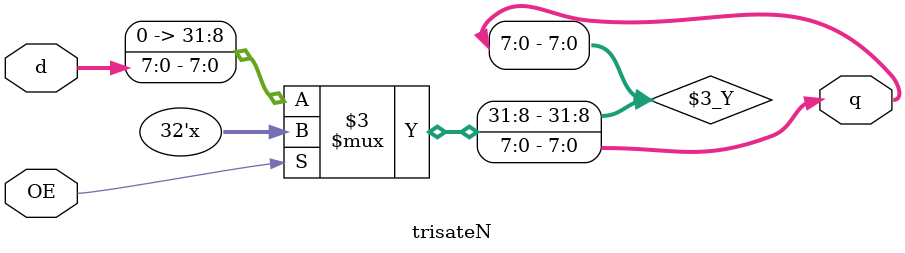
<source format=sv>
module trisateN #(parameter N=8) (

    output logic [N-1:0] q,

    input logic [N-1:0] d,
    input logic OE

);

assign q = (!OE) ? d : 'dz;


endmodule
</source>
